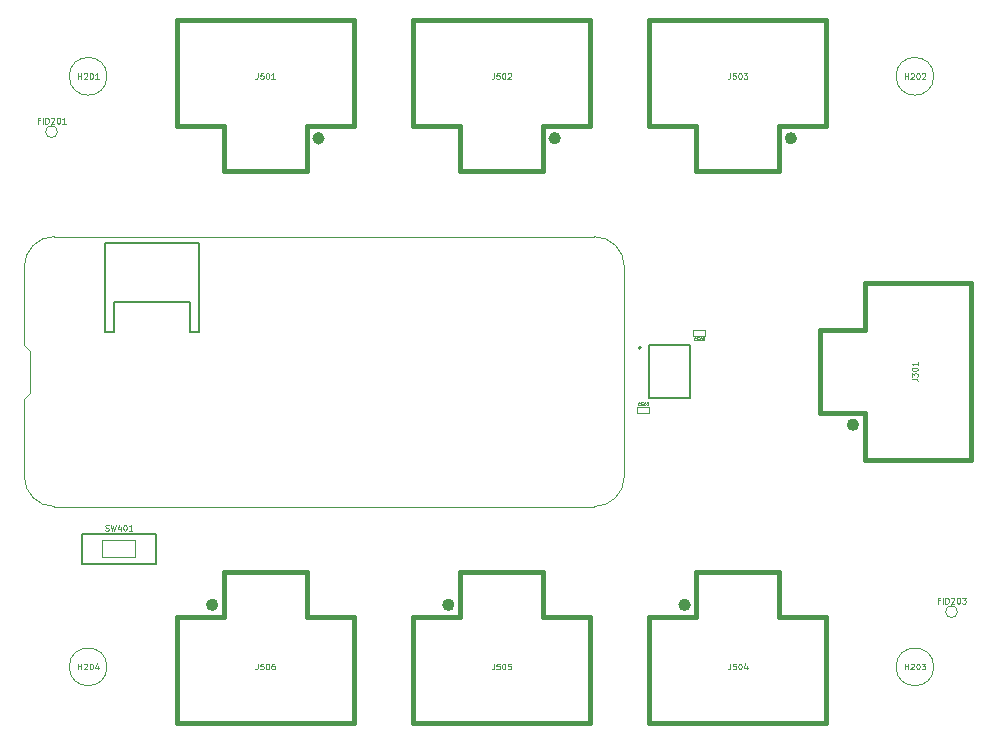
<source format=gbr>
G04 #@! TF.GenerationSoftware,KiCad,Pcbnew,7.0.11*
G04 #@! TF.CreationDate,2025-02-19T11:42:19-05:00*
G04 #@! TF.ProjectId,thruster-pcb,74687275-7374-4657-922d-7063622e6b69,1.0*
G04 #@! TF.SameCoordinates,Original*
G04 #@! TF.FileFunction,AssemblyDrawing,Top*
%FSLAX46Y46*%
G04 Gerber Fmt 4.6, Leading zero omitted, Abs format (unit mm)*
G04 Created by KiCad (PCBNEW 7.0.11) date 2025-02-19 11:42:19*
%MOMM*%
%LPD*%
G01*
G04 APERTURE LIST*
%ADD10C,0.125000*%
%ADD11C,0.062500*%
%ADD12C,0.127000*%
%ADD13C,0.200000*%
%ADD14C,0.400000*%
%ADD15C,0.550000*%
%ADD16C,0.100000*%
%ADD17C,0.203200*%
G04 APERTURE END LIST*
D10*
X177507143Y-126074809D02*
X177507143Y-126431952D01*
X177507143Y-126431952D02*
X177483334Y-126503380D01*
X177483334Y-126503380D02*
X177435715Y-126551000D01*
X177435715Y-126551000D02*
X177364286Y-126574809D01*
X177364286Y-126574809D02*
X177316667Y-126574809D01*
X177983333Y-126074809D02*
X177745238Y-126074809D01*
X177745238Y-126074809D02*
X177721429Y-126312904D01*
X177721429Y-126312904D02*
X177745238Y-126289095D01*
X177745238Y-126289095D02*
X177792857Y-126265285D01*
X177792857Y-126265285D02*
X177911905Y-126265285D01*
X177911905Y-126265285D02*
X177959524Y-126289095D01*
X177959524Y-126289095D02*
X177983333Y-126312904D01*
X177983333Y-126312904D02*
X178007143Y-126360523D01*
X178007143Y-126360523D02*
X178007143Y-126479571D01*
X178007143Y-126479571D02*
X177983333Y-126527190D01*
X177983333Y-126527190D02*
X177959524Y-126551000D01*
X177959524Y-126551000D02*
X177911905Y-126574809D01*
X177911905Y-126574809D02*
X177792857Y-126574809D01*
X177792857Y-126574809D02*
X177745238Y-126551000D01*
X177745238Y-126551000D02*
X177721429Y-126527190D01*
X178316666Y-126074809D02*
X178364285Y-126074809D01*
X178364285Y-126074809D02*
X178411904Y-126098619D01*
X178411904Y-126098619D02*
X178435714Y-126122428D01*
X178435714Y-126122428D02*
X178459523Y-126170047D01*
X178459523Y-126170047D02*
X178483333Y-126265285D01*
X178483333Y-126265285D02*
X178483333Y-126384333D01*
X178483333Y-126384333D02*
X178459523Y-126479571D01*
X178459523Y-126479571D02*
X178435714Y-126527190D01*
X178435714Y-126527190D02*
X178411904Y-126551000D01*
X178411904Y-126551000D02*
X178364285Y-126574809D01*
X178364285Y-126574809D02*
X178316666Y-126574809D01*
X178316666Y-126574809D02*
X178269047Y-126551000D01*
X178269047Y-126551000D02*
X178245238Y-126527190D01*
X178245238Y-126527190D02*
X178221428Y-126479571D01*
X178221428Y-126479571D02*
X178197619Y-126384333D01*
X178197619Y-126384333D02*
X178197619Y-126265285D01*
X178197619Y-126265285D02*
X178221428Y-126170047D01*
X178221428Y-126170047D02*
X178245238Y-126122428D01*
X178245238Y-126122428D02*
X178269047Y-126098619D01*
X178269047Y-126098619D02*
X178316666Y-126074809D01*
X178911904Y-126241476D02*
X178911904Y-126574809D01*
X178792856Y-126051000D02*
X178673809Y-126408142D01*
X178673809Y-126408142D02*
X178983332Y-126408142D01*
X122292857Y-76574809D02*
X122292857Y-76074809D01*
X122292857Y-76312904D02*
X122578571Y-76312904D01*
X122578571Y-76574809D02*
X122578571Y-76074809D01*
X122792858Y-76122428D02*
X122816667Y-76098619D01*
X122816667Y-76098619D02*
X122864286Y-76074809D01*
X122864286Y-76074809D02*
X122983334Y-76074809D01*
X122983334Y-76074809D02*
X123030953Y-76098619D01*
X123030953Y-76098619D02*
X123054762Y-76122428D01*
X123054762Y-76122428D02*
X123078572Y-76170047D01*
X123078572Y-76170047D02*
X123078572Y-76217666D01*
X123078572Y-76217666D02*
X123054762Y-76289095D01*
X123054762Y-76289095D02*
X122769048Y-76574809D01*
X122769048Y-76574809D02*
X123078572Y-76574809D01*
X123388095Y-76074809D02*
X123435714Y-76074809D01*
X123435714Y-76074809D02*
X123483333Y-76098619D01*
X123483333Y-76098619D02*
X123507143Y-76122428D01*
X123507143Y-76122428D02*
X123530952Y-76170047D01*
X123530952Y-76170047D02*
X123554762Y-76265285D01*
X123554762Y-76265285D02*
X123554762Y-76384333D01*
X123554762Y-76384333D02*
X123530952Y-76479571D01*
X123530952Y-76479571D02*
X123507143Y-76527190D01*
X123507143Y-76527190D02*
X123483333Y-76551000D01*
X123483333Y-76551000D02*
X123435714Y-76574809D01*
X123435714Y-76574809D02*
X123388095Y-76574809D01*
X123388095Y-76574809D02*
X123340476Y-76551000D01*
X123340476Y-76551000D02*
X123316667Y-76527190D01*
X123316667Y-76527190D02*
X123292857Y-76479571D01*
X123292857Y-76479571D02*
X123269048Y-76384333D01*
X123269048Y-76384333D02*
X123269048Y-76265285D01*
X123269048Y-76265285D02*
X123292857Y-76170047D01*
X123292857Y-76170047D02*
X123316667Y-76122428D01*
X123316667Y-76122428D02*
X123340476Y-76098619D01*
X123340476Y-76098619D02*
X123388095Y-76074809D01*
X124030952Y-76574809D02*
X123745238Y-76574809D01*
X123888095Y-76574809D02*
X123888095Y-76074809D01*
X123888095Y-76074809D02*
X123840476Y-76146238D01*
X123840476Y-76146238D02*
X123792857Y-76193857D01*
X123792857Y-76193857D02*
X123745238Y-76217666D01*
X119038096Y-80092904D02*
X118871429Y-80092904D01*
X118871429Y-80354809D02*
X118871429Y-79854809D01*
X118871429Y-79854809D02*
X119109524Y-79854809D01*
X119300000Y-80354809D02*
X119300000Y-79854809D01*
X119538095Y-80354809D02*
X119538095Y-79854809D01*
X119538095Y-79854809D02*
X119657143Y-79854809D01*
X119657143Y-79854809D02*
X119728571Y-79878619D01*
X119728571Y-79878619D02*
X119776190Y-79926238D01*
X119776190Y-79926238D02*
X119800000Y-79973857D01*
X119800000Y-79973857D02*
X119823809Y-80069095D01*
X119823809Y-80069095D02*
X119823809Y-80140523D01*
X119823809Y-80140523D02*
X119800000Y-80235761D01*
X119800000Y-80235761D02*
X119776190Y-80283380D01*
X119776190Y-80283380D02*
X119728571Y-80331000D01*
X119728571Y-80331000D02*
X119657143Y-80354809D01*
X119657143Y-80354809D02*
X119538095Y-80354809D01*
X120014286Y-79902428D02*
X120038095Y-79878619D01*
X120038095Y-79878619D02*
X120085714Y-79854809D01*
X120085714Y-79854809D02*
X120204762Y-79854809D01*
X120204762Y-79854809D02*
X120252381Y-79878619D01*
X120252381Y-79878619D02*
X120276190Y-79902428D01*
X120276190Y-79902428D02*
X120300000Y-79950047D01*
X120300000Y-79950047D02*
X120300000Y-79997666D01*
X120300000Y-79997666D02*
X120276190Y-80069095D01*
X120276190Y-80069095D02*
X119990476Y-80354809D01*
X119990476Y-80354809D02*
X120300000Y-80354809D01*
X120609523Y-79854809D02*
X120657142Y-79854809D01*
X120657142Y-79854809D02*
X120704761Y-79878619D01*
X120704761Y-79878619D02*
X120728571Y-79902428D01*
X120728571Y-79902428D02*
X120752380Y-79950047D01*
X120752380Y-79950047D02*
X120776190Y-80045285D01*
X120776190Y-80045285D02*
X120776190Y-80164333D01*
X120776190Y-80164333D02*
X120752380Y-80259571D01*
X120752380Y-80259571D02*
X120728571Y-80307190D01*
X120728571Y-80307190D02*
X120704761Y-80331000D01*
X120704761Y-80331000D02*
X120657142Y-80354809D01*
X120657142Y-80354809D02*
X120609523Y-80354809D01*
X120609523Y-80354809D02*
X120561904Y-80331000D01*
X120561904Y-80331000D02*
X120538095Y-80307190D01*
X120538095Y-80307190D02*
X120514285Y-80259571D01*
X120514285Y-80259571D02*
X120490476Y-80164333D01*
X120490476Y-80164333D02*
X120490476Y-80045285D01*
X120490476Y-80045285D02*
X120514285Y-79950047D01*
X120514285Y-79950047D02*
X120538095Y-79902428D01*
X120538095Y-79902428D02*
X120561904Y-79878619D01*
X120561904Y-79878619D02*
X120609523Y-79854809D01*
X121252380Y-80354809D02*
X120966666Y-80354809D01*
X121109523Y-80354809D02*
X121109523Y-79854809D01*
X121109523Y-79854809D02*
X121061904Y-79926238D01*
X121061904Y-79926238D02*
X121014285Y-79973857D01*
X121014285Y-79973857D02*
X120966666Y-79997666D01*
X192292857Y-76574809D02*
X192292857Y-76074809D01*
X192292857Y-76312904D02*
X192578571Y-76312904D01*
X192578571Y-76574809D02*
X192578571Y-76074809D01*
X192792858Y-76122428D02*
X192816667Y-76098619D01*
X192816667Y-76098619D02*
X192864286Y-76074809D01*
X192864286Y-76074809D02*
X192983334Y-76074809D01*
X192983334Y-76074809D02*
X193030953Y-76098619D01*
X193030953Y-76098619D02*
X193054762Y-76122428D01*
X193054762Y-76122428D02*
X193078572Y-76170047D01*
X193078572Y-76170047D02*
X193078572Y-76217666D01*
X193078572Y-76217666D02*
X193054762Y-76289095D01*
X193054762Y-76289095D02*
X192769048Y-76574809D01*
X192769048Y-76574809D02*
X193078572Y-76574809D01*
X193388095Y-76074809D02*
X193435714Y-76074809D01*
X193435714Y-76074809D02*
X193483333Y-76098619D01*
X193483333Y-76098619D02*
X193507143Y-76122428D01*
X193507143Y-76122428D02*
X193530952Y-76170047D01*
X193530952Y-76170047D02*
X193554762Y-76265285D01*
X193554762Y-76265285D02*
X193554762Y-76384333D01*
X193554762Y-76384333D02*
X193530952Y-76479571D01*
X193530952Y-76479571D02*
X193507143Y-76527190D01*
X193507143Y-76527190D02*
X193483333Y-76551000D01*
X193483333Y-76551000D02*
X193435714Y-76574809D01*
X193435714Y-76574809D02*
X193388095Y-76574809D01*
X193388095Y-76574809D02*
X193340476Y-76551000D01*
X193340476Y-76551000D02*
X193316667Y-76527190D01*
X193316667Y-76527190D02*
X193292857Y-76479571D01*
X193292857Y-76479571D02*
X193269048Y-76384333D01*
X193269048Y-76384333D02*
X193269048Y-76265285D01*
X193269048Y-76265285D02*
X193292857Y-76170047D01*
X193292857Y-76170047D02*
X193316667Y-76122428D01*
X193316667Y-76122428D02*
X193340476Y-76098619D01*
X193340476Y-76098619D02*
X193388095Y-76074809D01*
X193745238Y-76122428D02*
X193769047Y-76098619D01*
X193769047Y-76098619D02*
X193816666Y-76074809D01*
X193816666Y-76074809D02*
X193935714Y-76074809D01*
X193935714Y-76074809D02*
X193983333Y-76098619D01*
X193983333Y-76098619D02*
X194007142Y-76122428D01*
X194007142Y-76122428D02*
X194030952Y-76170047D01*
X194030952Y-76170047D02*
X194030952Y-76217666D01*
X194030952Y-76217666D02*
X194007142Y-76289095D01*
X194007142Y-76289095D02*
X193721428Y-76574809D01*
X193721428Y-76574809D02*
X194030952Y-76574809D01*
D11*
X174620238Y-98688595D02*
X174608334Y-98700500D01*
X174608334Y-98700500D02*
X174572619Y-98712404D01*
X174572619Y-98712404D02*
X174548810Y-98712404D01*
X174548810Y-98712404D02*
X174513096Y-98700500D01*
X174513096Y-98700500D02*
X174489286Y-98676690D01*
X174489286Y-98676690D02*
X174477381Y-98652880D01*
X174477381Y-98652880D02*
X174465477Y-98605261D01*
X174465477Y-98605261D02*
X174465477Y-98569547D01*
X174465477Y-98569547D02*
X174477381Y-98521928D01*
X174477381Y-98521928D02*
X174489286Y-98498119D01*
X174489286Y-98498119D02*
X174513096Y-98474309D01*
X174513096Y-98474309D02*
X174548810Y-98462404D01*
X174548810Y-98462404D02*
X174572619Y-98462404D01*
X174572619Y-98462404D02*
X174608334Y-98474309D01*
X174608334Y-98474309D02*
X174620238Y-98486214D01*
X174846429Y-98462404D02*
X174727381Y-98462404D01*
X174727381Y-98462404D02*
X174715477Y-98581452D01*
X174715477Y-98581452D02*
X174727381Y-98569547D01*
X174727381Y-98569547D02*
X174751191Y-98557642D01*
X174751191Y-98557642D02*
X174810715Y-98557642D01*
X174810715Y-98557642D02*
X174834524Y-98569547D01*
X174834524Y-98569547D02*
X174846429Y-98581452D01*
X174846429Y-98581452D02*
X174858334Y-98605261D01*
X174858334Y-98605261D02*
X174858334Y-98664785D01*
X174858334Y-98664785D02*
X174846429Y-98688595D01*
X174846429Y-98688595D02*
X174834524Y-98700500D01*
X174834524Y-98700500D02*
X174810715Y-98712404D01*
X174810715Y-98712404D02*
X174751191Y-98712404D01*
X174751191Y-98712404D02*
X174727381Y-98700500D01*
X174727381Y-98700500D02*
X174715477Y-98688595D01*
X175013095Y-98462404D02*
X175036905Y-98462404D01*
X175036905Y-98462404D02*
X175060714Y-98474309D01*
X175060714Y-98474309D02*
X175072619Y-98486214D01*
X175072619Y-98486214D02*
X175084524Y-98510023D01*
X175084524Y-98510023D02*
X175096429Y-98557642D01*
X175096429Y-98557642D02*
X175096429Y-98617166D01*
X175096429Y-98617166D02*
X175084524Y-98664785D01*
X175084524Y-98664785D02*
X175072619Y-98688595D01*
X175072619Y-98688595D02*
X175060714Y-98700500D01*
X175060714Y-98700500D02*
X175036905Y-98712404D01*
X175036905Y-98712404D02*
X175013095Y-98712404D01*
X175013095Y-98712404D02*
X174989286Y-98700500D01*
X174989286Y-98700500D02*
X174977381Y-98688595D01*
X174977381Y-98688595D02*
X174965476Y-98664785D01*
X174965476Y-98664785D02*
X174953572Y-98617166D01*
X174953572Y-98617166D02*
X174953572Y-98557642D01*
X174953572Y-98557642D02*
X174965476Y-98510023D01*
X174965476Y-98510023D02*
X174977381Y-98486214D01*
X174977381Y-98486214D02*
X174989286Y-98474309D01*
X174989286Y-98474309D02*
X175013095Y-98462404D01*
X175179762Y-98462404D02*
X175334524Y-98462404D01*
X175334524Y-98462404D02*
X175251190Y-98557642D01*
X175251190Y-98557642D02*
X175286905Y-98557642D01*
X175286905Y-98557642D02*
X175310714Y-98569547D01*
X175310714Y-98569547D02*
X175322619Y-98581452D01*
X175322619Y-98581452D02*
X175334524Y-98605261D01*
X175334524Y-98605261D02*
X175334524Y-98664785D01*
X175334524Y-98664785D02*
X175322619Y-98688595D01*
X175322619Y-98688595D02*
X175310714Y-98700500D01*
X175310714Y-98700500D02*
X175286905Y-98712404D01*
X175286905Y-98712404D02*
X175215476Y-98712404D01*
X175215476Y-98712404D02*
X175191667Y-98700500D01*
X175191667Y-98700500D02*
X175179762Y-98688595D01*
D10*
X137507143Y-76074809D02*
X137507143Y-76431952D01*
X137507143Y-76431952D02*
X137483334Y-76503380D01*
X137483334Y-76503380D02*
X137435715Y-76551000D01*
X137435715Y-76551000D02*
X137364286Y-76574809D01*
X137364286Y-76574809D02*
X137316667Y-76574809D01*
X137983333Y-76074809D02*
X137745238Y-76074809D01*
X137745238Y-76074809D02*
X137721429Y-76312904D01*
X137721429Y-76312904D02*
X137745238Y-76289095D01*
X137745238Y-76289095D02*
X137792857Y-76265285D01*
X137792857Y-76265285D02*
X137911905Y-76265285D01*
X137911905Y-76265285D02*
X137959524Y-76289095D01*
X137959524Y-76289095D02*
X137983333Y-76312904D01*
X137983333Y-76312904D02*
X138007143Y-76360523D01*
X138007143Y-76360523D02*
X138007143Y-76479571D01*
X138007143Y-76479571D02*
X137983333Y-76527190D01*
X137983333Y-76527190D02*
X137959524Y-76551000D01*
X137959524Y-76551000D02*
X137911905Y-76574809D01*
X137911905Y-76574809D02*
X137792857Y-76574809D01*
X137792857Y-76574809D02*
X137745238Y-76551000D01*
X137745238Y-76551000D02*
X137721429Y-76527190D01*
X138316666Y-76074809D02*
X138364285Y-76074809D01*
X138364285Y-76074809D02*
X138411904Y-76098619D01*
X138411904Y-76098619D02*
X138435714Y-76122428D01*
X138435714Y-76122428D02*
X138459523Y-76170047D01*
X138459523Y-76170047D02*
X138483333Y-76265285D01*
X138483333Y-76265285D02*
X138483333Y-76384333D01*
X138483333Y-76384333D02*
X138459523Y-76479571D01*
X138459523Y-76479571D02*
X138435714Y-76527190D01*
X138435714Y-76527190D02*
X138411904Y-76551000D01*
X138411904Y-76551000D02*
X138364285Y-76574809D01*
X138364285Y-76574809D02*
X138316666Y-76574809D01*
X138316666Y-76574809D02*
X138269047Y-76551000D01*
X138269047Y-76551000D02*
X138245238Y-76527190D01*
X138245238Y-76527190D02*
X138221428Y-76479571D01*
X138221428Y-76479571D02*
X138197619Y-76384333D01*
X138197619Y-76384333D02*
X138197619Y-76265285D01*
X138197619Y-76265285D02*
X138221428Y-76170047D01*
X138221428Y-76170047D02*
X138245238Y-76122428D01*
X138245238Y-76122428D02*
X138269047Y-76098619D01*
X138269047Y-76098619D02*
X138316666Y-76074809D01*
X138959523Y-76574809D02*
X138673809Y-76574809D01*
X138816666Y-76574809D02*
X138816666Y-76074809D01*
X138816666Y-76074809D02*
X138769047Y-76146238D01*
X138769047Y-76146238D02*
X138721428Y-76193857D01*
X138721428Y-76193857D02*
X138673809Y-76217666D01*
X195238096Y-120732904D02*
X195071429Y-120732904D01*
X195071429Y-120994809D02*
X195071429Y-120494809D01*
X195071429Y-120494809D02*
X195309524Y-120494809D01*
X195500000Y-120994809D02*
X195500000Y-120494809D01*
X195738095Y-120994809D02*
X195738095Y-120494809D01*
X195738095Y-120494809D02*
X195857143Y-120494809D01*
X195857143Y-120494809D02*
X195928571Y-120518619D01*
X195928571Y-120518619D02*
X195976190Y-120566238D01*
X195976190Y-120566238D02*
X196000000Y-120613857D01*
X196000000Y-120613857D02*
X196023809Y-120709095D01*
X196023809Y-120709095D02*
X196023809Y-120780523D01*
X196023809Y-120780523D02*
X196000000Y-120875761D01*
X196000000Y-120875761D02*
X195976190Y-120923380D01*
X195976190Y-120923380D02*
X195928571Y-120971000D01*
X195928571Y-120971000D02*
X195857143Y-120994809D01*
X195857143Y-120994809D02*
X195738095Y-120994809D01*
X196214286Y-120542428D02*
X196238095Y-120518619D01*
X196238095Y-120518619D02*
X196285714Y-120494809D01*
X196285714Y-120494809D02*
X196404762Y-120494809D01*
X196404762Y-120494809D02*
X196452381Y-120518619D01*
X196452381Y-120518619D02*
X196476190Y-120542428D01*
X196476190Y-120542428D02*
X196500000Y-120590047D01*
X196500000Y-120590047D02*
X196500000Y-120637666D01*
X196500000Y-120637666D02*
X196476190Y-120709095D01*
X196476190Y-120709095D02*
X196190476Y-120994809D01*
X196190476Y-120994809D02*
X196500000Y-120994809D01*
X196809523Y-120494809D02*
X196857142Y-120494809D01*
X196857142Y-120494809D02*
X196904761Y-120518619D01*
X196904761Y-120518619D02*
X196928571Y-120542428D01*
X196928571Y-120542428D02*
X196952380Y-120590047D01*
X196952380Y-120590047D02*
X196976190Y-120685285D01*
X196976190Y-120685285D02*
X196976190Y-120804333D01*
X196976190Y-120804333D02*
X196952380Y-120899571D01*
X196952380Y-120899571D02*
X196928571Y-120947190D01*
X196928571Y-120947190D02*
X196904761Y-120971000D01*
X196904761Y-120971000D02*
X196857142Y-120994809D01*
X196857142Y-120994809D02*
X196809523Y-120994809D01*
X196809523Y-120994809D02*
X196761904Y-120971000D01*
X196761904Y-120971000D02*
X196738095Y-120947190D01*
X196738095Y-120947190D02*
X196714285Y-120899571D01*
X196714285Y-120899571D02*
X196690476Y-120804333D01*
X196690476Y-120804333D02*
X196690476Y-120685285D01*
X196690476Y-120685285D02*
X196714285Y-120590047D01*
X196714285Y-120590047D02*
X196738095Y-120542428D01*
X196738095Y-120542428D02*
X196761904Y-120518619D01*
X196761904Y-120518619D02*
X196809523Y-120494809D01*
X197142856Y-120494809D02*
X197452380Y-120494809D01*
X197452380Y-120494809D02*
X197285713Y-120685285D01*
X197285713Y-120685285D02*
X197357142Y-120685285D01*
X197357142Y-120685285D02*
X197404761Y-120709095D01*
X197404761Y-120709095D02*
X197428570Y-120732904D01*
X197428570Y-120732904D02*
X197452380Y-120780523D01*
X197452380Y-120780523D02*
X197452380Y-120899571D01*
X197452380Y-120899571D02*
X197428570Y-120947190D01*
X197428570Y-120947190D02*
X197404761Y-120971000D01*
X197404761Y-120971000D02*
X197357142Y-120994809D01*
X197357142Y-120994809D02*
X197214285Y-120994809D01*
X197214285Y-120994809D02*
X197166666Y-120971000D01*
X197166666Y-120971000D02*
X197142856Y-120947190D01*
X192292857Y-126574809D02*
X192292857Y-126074809D01*
X192292857Y-126312904D02*
X192578571Y-126312904D01*
X192578571Y-126574809D02*
X192578571Y-126074809D01*
X192792858Y-126122428D02*
X192816667Y-126098619D01*
X192816667Y-126098619D02*
X192864286Y-126074809D01*
X192864286Y-126074809D02*
X192983334Y-126074809D01*
X192983334Y-126074809D02*
X193030953Y-126098619D01*
X193030953Y-126098619D02*
X193054762Y-126122428D01*
X193054762Y-126122428D02*
X193078572Y-126170047D01*
X193078572Y-126170047D02*
X193078572Y-126217666D01*
X193078572Y-126217666D02*
X193054762Y-126289095D01*
X193054762Y-126289095D02*
X192769048Y-126574809D01*
X192769048Y-126574809D02*
X193078572Y-126574809D01*
X193388095Y-126074809D02*
X193435714Y-126074809D01*
X193435714Y-126074809D02*
X193483333Y-126098619D01*
X193483333Y-126098619D02*
X193507143Y-126122428D01*
X193507143Y-126122428D02*
X193530952Y-126170047D01*
X193530952Y-126170047D02*
X193554762Y-126265285D01*
X193554762Y-126265285D02*
X193554762Y-126384333D01*
X193554762Y-126384333D02*
X193530952Y-126479571D01*
X193530952Y-126479571D02*
X193507143Y-126527190D01*
X193507143Y-126527190D02*
X193483333Y-126551000D01*
X193483333Y-126551000D02*
X193435714Y-126574809D01*
X193435714Y-126574809D02*
X193388095Y-126574809D01*
X193388095Y-126574809D02*
X193340476Y-126551000D01*
X193340476Y-126551000D02*
X193316667Y-126527190D01*
X193316667Y-126527190D02*
X193292857Y-126479571D01*
X193292857Y-126479571D02*
X193269048Y-126384333D01*
X193269048Y-126384333D02*
X193269048Y-126265285D01*
X193269048Y-126265285D02*
X193292857Y-126170047D01*
X193292857Y-126170047D02*
X193316667Y-126122428D01*
X193316667Y-126122428D02*
X193340476Y-126098619D01*
X193340476Y-126098619D02*
X193388095Y-126074809D01*
X193721428Y-126074809D02*
X194030952Y-126074809D01*
X194030952Y-126074809D02*
X193864285Y-126265285D01*
X193864285Y-126265285D02*
X193935714Y-126265285D01*
X193935714Y-126265285D02*
X193983333Y-126289095D01*
X193983333Y-126289095D02*
X194007142Y-126312904D01*
X194007142Y-126312904D02*
X194030952Y-126360523D01*
X194030952Y-126360523D02*
X194030952Y-126479571D01*
X194030952Y-126479571D02*
X194007142Y-126527190D01*
X194007142Y-126527190D02*
X193983333Y-126551000D01*
X193983333Y-126551000D02*
X193935714Y-126574809D01*
X193935714Y-126574809D02*
X193792857Y-126574809D01*
X193792857Y-126574809D02*
X193745238Y-126551000D01*
X193745238Y-126551000D02*
X193721428Y-126527190D01*
X122292857Y-126574809D02*
X122292857Y-126074809D01*
X122292857Y-126312904D02*
X122578571Y-126312904D01*
X122578571Y-126574809D02*
X122578571Y-126074809D01*
X122792858Y-126122428D02*
X122816667Y-126098619D01*
X122816667Y-126098619D02*
X122864286Y-126074809D01*
X122864286Y-126074809D02*
X122983334Y-126074809D01*
X122983334Y-126074809D02*
X123030953Y-126098619D01*
X123030953Y-126098619D02*
X123054762Y-126122428D01*
X123054762Y-126122428D02*
X123078572Y-126170047D01*
X123078572Y-126170047D02*
X123078572Y-126217666D01*
X123078572Y-126217666D02*
X123054762Y-126289095D01*
X123054762Y-126289095D02*
X122769048Y-126574809D01*
X122769048Y-126574809D02*
X123078572Y-126574809D01*
X123388095Y-126074809D02*
X123435714Y-126074809D01*
X123435714Y-126074809D02*
X123483333Y-126098619D01*
X123483333Y-126098619D02*
X123507143Y-126122428D01*
X123507143Y-126122428D02*
X123530952Y-126170047D01*
X123530952Y-126170047D02*
X123554762Y-126265285D01*
X123554762Y-126265285D02*
X123554762Y-126384333D01*
X123554762Y-126384333D02*
X123530952Y-126479571D01*
X123530952Y-126479571D02*
X123507143Y-126527190D01*
X123507143Y-126527190D02*
X123483333Y-126551000D01*
X123483333Y-126551000D02*
X123435714Y-126574809D01*
X123435714Y-126574809D02*
X123388095Y-126574809D01*
X123388095Y-126574809D02*
X123340476Y-126551000D01*
X123340476Y-126551000D02*
X123316667Y-126527190D01*
X123316667Y-126527190D02*
X123292857Y-126479571D01*
X123292857Y-126479571D02*
X123269048Y-126384333D01*
X123269048Y-126384333D02*
X123269048Y-126265285D01*
X123269048Y-126265285D02*
X123292857Y-126170047D01*
X123292857Y-126170047D02*
X123316667Y-126122428D01*
X123316667Y-126122428D02*
X123340476Y-126098619D01*
X123340476Y-126098619D02*
X123388095Y-126074809D01*
X123983333Y-126241476D02*
X123983333Y-126574809D01*
X123864285Y-126051000D02*
X123745238Y-126408142D01*
X123745238Y-126408142D02*
X124054761Y-126408142D01*
X177507143Y-76074809D02*
X177507143Y-76431952D01*
X177507143Y-76431952D02*
X177483334Y-76503380D01*
X177483334Y-76503380D02*
X177435715Y-76551000D01*
X177435715Y-76551000D02*
X177364286Y-76574809D01*
X177364286Y-76574809D02*
X177316667Y-76574809D01*
X177983333Y-76074809D02*
X177745238Y-76074809D01*
X177745238Y-76074809D02*
X177721429Y-76312904D01*
X177721429Y-76312904D02*
X177745238Y-76289095D01*
X177745238Y-76289095D02*
X177792857Y-76265285D01*
X177792857Y-76265285D02*
X177911905Y-76265285D01*
X177911905Y-76265285D02*
X177959524Y-76289095D01*
X177959524Y-76289095D02*
X177983333Y-76312904D01*
X177983333Y-76312904D02*
X178007143Y-76360523D01*
X178007143Y-76360523D02*
X178007143Y-76479571D01*
X178007143Y-76479571D02*
X177983333Y-76527190D01*
X177983333Y-76527190D02*
X177959524Y-76551000D01*
X177959524Y-76551000D02*
X177911905Y-76574809D01*
X177911905Y-76574809D02*
X177792857Y-76574809D01*
X177792857Y-76574809D02*
X177745238Y-76551000D01*
X177745238Y-76551000D02*
X177721429Y-76527190D01*
X178316666Y-76074809D02*
X178364285Y-76074809D01*
X178364285Y-76074809D02*
X178411904Y-76098619D01*
X178411904Y-76098619D02*
X178435714Y-76122428D01*
X178435714Y-76122428D02*
X178459523Y-76170047D01*
X178459523Y-76170047D02*
X178483333Y-76265285D01*
X178483333Y-76265285D02*
X178483333Y-76384333D01*
X178483333Y-76384333D02*
X178459523Y-76479571D01*
X178459523Y-76479571D02*
X178435714Y-76527190D01*
X178435714Y-76527190D02*
X178411904Y-76551000D01*
X178411904Y-76551000D02*
X178364285Y-76574809D01*
X178364285Y-76574809D02*
X178316666Y-76574809D01*
X178316666Y-76574809D02*
X178269047Y-76551000D01*
X178269047Y-76551000D02*
X178245238Y-76527190D01*
X178245238Y-76527190D02*
X178221428Y-76479571D01*
X178221428Y-76479571D02*
X178197619Y-76384333D01*
X178197619Y-76384333D02*
X178197619Y-76265285D01*
X178197619Y-76265285D02*
X178221428Y-76170047D01*
X178221428Y-76170047D02*
X178245238Y-76122428D01*
X178245238Y-76122428D02*
X178269047Y-76098619D01*
X178269047Y-76098619D02*
X178316666Y-76074809D01*
X178649999Y-76074809D02*
X178959523Y-76074809D01*
X178959523Y-76074809D02*
X178792856Y-76265285D01*
X178792856Y-76265285D02*
X178864285Y-76265285D01*
X178864285Y-76265285D02*
X178911904Y-76289095D01*
X178911904Y-76289095D02*
X178935713Y-76312904D01*
X178935713Y-76312904D02*
X178959523Y-76360523D01*
X178959523Y-76360523D02*
X178959523Y-76479571D01*
X178959523Y-76479571D02*
X178935713Y-76527190D01*
X178935713Y-76527190D02*
X178911904Y-76551000D01*
X178911904Y-76551000D02*
X178864285Y-76574809D01*
X178864285Y-76574809D02*
X178721428Y-76574809D01*
X178721428Y-76574809D02*
X178673809Y-76551000D01*
X178673809Y-76551000D02*
X178649999Y-76527190D01*
X137507143Y-126074809D02*
X137507143Y-126431952D01*
X137507143Y-126431952D02*
X137483334Y-126503380D01*
X137483334Y-126503380D02*
X137435715Y-126551000D01*
X137435715Y-126551000D02*
X137364286Y-126574809D01*
X137364286Y-126574809D02*
X137316667Y-126574809D01*
X137983333Y-126074809D02*
X137745238Y-126074809D01*
X137745238Y-126074809D02*
X137721429Y-126312904D01*
X137721429Y-126312904D02*
X137745238Y-126289095D01*
X137745238Y-126289095D02*
X137792857Y-126265285D01*
X137792857Y-126265285D02*
X137911905Y-126265285D01*
X137911905Y-126265285D02*
X137959524Y-126289095D01*
X137959524Y-126289095D02*
X137983333Y-126312904D01*
X137983333Y-126312904D02*
X138007143Y-126360523D01*
X138007143Y-126360523D02*
X138007143Y-126479571D01*
X138007143Y-126479571D02*
X137983333Y-126527190D01*
X137983333Y-126527190D02*
X137959524Y-126551000D01*
X137959524Y-126551000D02*
X137911905Y-126574809D01*
X137911905Y-126574809D02*
X137792857Y-126574809D01*
X137792857Y-126574809D02*
X137745238Y-126551000D01*
X137745238Y-126551000D02*
X137721429Y-126527190D01*
X138316666Y-126074809D02*
X138364285Y-126074809D01*
X138364285Y-126074809D02*
X138411904Y-126098619D01*
X138411904Y-126098619D02*
X138435714Y-126122428D01*
X138435714Y-126122428D02*
X138459523Y-126170047D01*
X138459523Y-126170047D02*
X138483333Y-126265285D01*
X138483333Y-126265285D02*
X138483333Y-126384333D01*
X138483333Y-126384333D02*
X138459523Y-126479571D01*
X138459523Y-126479571D02*
X138435714Y-126527190D01*
X138435714Y-126527190D02*
X138411904Y-126551000D01*
X138411904Y-126551000D02*
X138364285Y-126574809D01*
X138364285Y-126574809D02*
X138316666Y-126574809D01*
X138316666Y-126574809D02*
X138269047Y-126551000D01*
X138269047Y-126551000D02*
X138245238Y-126527190D01*
X138245238Y-126527190D02*
X138221428Y-126479571D01*
X138221428Y-126479571D02*
X138197619Y-126384333D01*
X138197619Y-126384333D02*
X138197619Y-126265285D01*
X138197619Y-126265285D02*
X138221428Y-126170047D01*
X138221428Y-126170047D02*
X138245238Y-126122428D01*
X138245238Y-126122428D02*
X138269047Y-126098619D01*
X138269047Y-126098619D02*
X138316666Y-126074809D01*
X138911904Y-126074809D02*
X138816666Y-126074809D01*
X138816666Y-126074809D02*
X138769047Y-126098619D01*
X138769047Y-126098619D02*
X138745237Y-126122428D01*
X138745237Y-126122428D02*
X138697618Y-126193857D01*
X138697618Y-126193857D02*
X138673809Y-126289095D01*
X138673809Y-126289095D02*
X138673809Y-126479571D01*
X138673809Y-126479571D02*
X138697618Y-126527190D01*
X138697618Y-126527190D02*
X138721428Y-126551000D01*
X138721428Y-126551000D02*
X138769047Y-126574809D01*
X138769047Y-126574809D02*
X138864285Y-126574809D01*
X138864285Y-126574809D02*
X138911904Y-126551000D01*
X138911904Y-126551000D02*
X138935713Y-126527190D01*
X138935713Y-126527190D02*
X138959523Y-126479571D01*
X138959523Y-126479571D02*
X138959523Y-126360523D01*
X138959523Y-126360523D02*
X138935713Y-126312904D01*
X138935713Y-126312904D02*
X138911904Y-126289095D01*
X138911904Y-126289095D02*
X138864285Y-126265285D01*
X138864285Y-126265285D02*
X138769047Y-126265285D01*
X138769047Y-126265285D02*
X138721428Y-126289095D01*
X138721428Y-126289095D02*
X138697618Y-126312904D01*
X138697618Y-126312904D02*
X138673809Y-126360523D01*
D11*
X169870238Y-104188595D02*
X169858334Y-104200500D01*
X169858334Y-104200500D02*
X169822619Y-104212404D01*
X169822619Y-104212404D02*
X169798810Y-104212404D01*
X169798810Y-104212404D02*
X169763096Y-104200500D01*
X169763096Y-104200500D02*
X169739286Y-104176690D01*
X169739286Y-104176690D02*
X169727381Y-104152880D01*
X169727381Y-104152880D02*
X169715477Y-104105261D01*
X169715477Y-104105261D02*
X169715477Y-104069547D01*
X169715477Y-104069547D02*
X169727381Y-104021928D01*
X169727381Y-104021928D02*
X169739286Y-103998119D01*
X169739286Y-103998119D02*
X169763096Y-103974309D01*
X169763096Y-103974309D02*
X169798810Y-103962404D01*
X169798810Y-103962404D02*
X169822619Y-103962404D01*
X169822619Y-103962404D02*
X169858334Y-103974309D01*
X169858334Y-103974309D02*
X169870238Y-103986214D01*
X170096429Y-103962404D02*
X169977381Y-103962404D01*
X169977381Y-103962404D02*
X169965477Y-104081452D01*
X169965477Y-104081452D02*
X169977381Y-104069547D01*
X169977381Y-104069547D02*
X170001191Y-104057642D01*
X170001191Y-104057642D02*
X170060715Y-104057642D01*
X170060715Y-104057642D02*
X170084524Y-104069547D01*
X170084524Y-104069547D02*
X170096429Y-104081452D01*
X170096429Y-104081452D02*
X170108334Y-104105261D01*
X170108334Y-104105261D02*
X170108334Y-104164785D01*
X170108334Y-104164785D02*
X170096429Y-104188595D01*
X170096429Y-104188595D02*
X170084524Y-104200500D01*
X170084524Y-104200500D02*
X170060715Y-104212404D01*
X170060715Y-104212404D02*
X170001191Y-104212404D01*
X170001191Y-104212404D02*
X169977381Y-104200500D01*
X169977381Y-104200500D02*
X169965477Y-104188595D01*
X170263095Y-103962404D02*
X170286905Y-103962404D01*
X170286905Y-103962404D02*
X170310714Y-103974309D01*
X170310714Y-103974309D02*
X170322619Y-103986214D01*
X170322619Y-103986214D02*
X170334524Y-104010023D01*
X170334524Y-104010023D02*
X170346429Y-104057642D01*
X170346429Y-104057642D02*
X170346429Y-104117166D01*
X170346429Y-104117166D02*
X170334524Y-104164785D01*
X170334524Y-104164785D02*
X170322619Y-104188595D01*
X170322619Y-104188595D02*
X170310714Y-104200500D01*
X170310714Y-104200500D02*
X170286905Y-104212404D01*
X170286905Y-104212404D02*
X170263095Y-104212404D01*
X170263095Y-104212404D02*
X170239286Y-104200500D01*
X170239286Y-104200500D02*
X170227381Y-104188595D01*
X170227381Y-104188595D02*
X170215476Y-104164785D01*
X170215476Y-104164785D02*
X170203572Y-104117166D01*
X170203572Y-104117166D02*
X170203572Y-104057642D01*
X170203572Y-104057642D02*
X170215476Y-104010023D01*
X170215476Y-104010023D02*
X170227381Y-103986214D01*
X170227381Y-103986214D02*
X170239286Y-103974309D01*
X170239286Y-103974309D02*
X170263095Y-103962404D01*
X170441667Y-103986214D02*
X170453571Y-103974309D01*
X170453571Y-103974309D02*
X170477381Y-103962404D01*
X170477381Y-103962404D02*
X170536905Y-103962404D01*
X170536905Y-103962404D02*
X170560714Y-103974309D01*
X170560714Y-103974309D02*
X170572619Y-103986214D01*
X170572619Y-103986214D02*
X170584524Y-104010023D01*
X170584524Y-104010023D02*
X170584524Y-104033833D01*
X170584524Y-104033833D02*
X170572619Y-104069547D01*
X170572619Y-104069547D02*
X170429762Y-104212404D01*
X170429762Y-104212404D02*
X170584524Y-104212404D01*
D10*
X157507143Y-126074809D02*
X157507143Y-126431952D01*
X157507143Y-126431952D02*
X157483334Y-126503380D01*
X157483334Y-126503380D02*
X157435715Y-126551000D01*
X157435715Y-126551000D02*
X157364286Y-126574809D01*
X157364286Y-126574809D02*
X157316667Y-126574809D01*
X157983333Y-126074809D02*
X157745238Y-126074809D01*
X157745238Y-126074809D02*
X157721429Y-126312904D01*
X157721429Y-126312904D02*
X157745238Y-126289095D01*
X157745238Y-126289095D02*
X157792857Y-126265285D01*
X157792857Y-126265285D02*
X157911905Y-126265285D01*
X157911905Y-126265285D02*
X157959524Y-126289095D01*
X157959524Y-126289095D02*
X157983333Y-126312904D01*
X157983333Y-126312904D02*
X158007143Y-126360523D01*
X158007143Y-126360523D02*
X158007143Y-126479571D01*
X158007143Y-126479571D02*
X157983333Y-126527190D01*
X157983333Y-126527190D02*
X157959524Y-126551000D01*
X157959524Y-126551000D02*
X157911905Y-126574809D01*
X157911905Y-126574809D02*
X157792857Y-126574809D01*
X157792857Y-126574809D02*
X157745238Y-126551000D01*
X157745238Y-126551000D02*
X157721429Y-126527190D01*
X158316666Y-126074809D02*
X158364285Y-126074809D01*
X158364285Y-126074809D02*
X158411904Y-126098619D01*
X158411904Y-126098619D02*
X158435714Y-126122428D01*
X158435714Y-126122428D02*
X158459523Y-126170047D01*
X158459523Y-126170047D02*
X158483333Y-126265285D01*
X158483333Y-126265285D02*
X158483333Y-126384333D01*
X158483333Y-126384333D02*
X158459523Y-126479571D01*
X158459523Y-126479571D02*
X158435714Y-126527190D01*
X158435714Y-126527190D02*
X158411904Y-126551000D01*
X158411904Y-126551000D02*
X158364285Y-126574809D01*
X158364285Y-126574809D02*
X158316666Y-126574809D01*
X158316666Y-126574809D02*
X158269047Y-126551000D01*
X158269047Y-126551000D02*
X158245238Y-126527190D01*
X158245238Y-126527190D02*
X158221428Y-126479571D01*
X158221428Y-126479571D02*
X158197619Y-126384333D01*
X158197619Y-126384333D02*
X158197619Y-126265285D01*
X158197619Y-126265285D02*
X158221428Y-126170047D01*
X158221428Y-126170047D02*
X158245238Y-126122428D01*
X158245238Y-126122428D02*
X158269047Y-126098619D01*
X158269047Y-126098619D02*
X158316666Y-126074809D01*
X158935713Y-126074809D02*
X158697618Y-126074809D01*
X158697618Y-126074809D02*
X158673809Y-126312904D01*
X158673809Y-126312904D02*
X158697618Y-126289095D01*
X158697618Y-126289095D02*
X158745237Y-126265285D01*
X158745237Y-126265285D02*
X158864285Y-126265285D01*
X158864285Y-126265285D02*
X158911904Y-126289095D01*
X158911904Y-126289095D02*
X158935713Y-126312904D01*
X158935713Y-126312904D02*
X158959523Y-126360523D01*
X158959523Y-126360523D02*
X158959523Y-126479571D01*
X158959523Y-126479571D02*
X158935713Y-126527190D01*
X158935713Y-126527190D02*
X158911904Y-126551000D01*
X158911904Y-126551000D02*
X158864285Y-126574809D01*
X158864285Y-126574809D02*
X158745237Y-126574809D01*
X158745237Y-126574809D02*
X158697618Y-126551000D01*
X158697618Y-126551000D02*
X158673809Y-126527190D01*
X192874809Y-101992856D02*
X193231952Y-101992856D01*
X193231952Y-101992856D02*
X193303380Y-102016665D01*
X193303380Y-102016665D02*
X193351000Y-102064284D01*
X193351000Y-102064284D02*
X193374809Y-102135713D01*
X193374809Y-102135713D02*
X193374809Y-102183332D01*
X192874809Y-101802380D02*
X192874809Y-101492856D01*
X192874809Y-101492856D02*
X193065285Y-101659523D01*
X193065285Y-101659523D02*
X193065285Y-101588094D01*
X193065285Y-101588094D02*
X193089095Y-101540475D01*
X193089095Y-101540475D02*
X193112904Y-101516666D01*
X193112904Y-101516666D02*
X193160523Y-101492856D01*
X193160523Y-101492856D02*
X193279571Y-101492856D01*
X193279571Y-101492856D02*
X193327190Y-101516666D01*
X193327190Y-101516666D02*
X193351000Y-101540475D01*
X193351000Y-101540475D02*
X193374809Y-101588094D01*
X193374809Y-101588094D02*
X193374809Y-101730951D01*
X193374809Y-101730951D02*
X193351000Y-101778570D01*
X193351000Y-101778570D02*
X193327190Y-101802380D01*
X192874809Y-101183333D02*
X192874809Y-101135714D01*
X192874809Y-101135714D02*
X192898619Y-101088095D01*
X192898619Y-101088095D02*
X192922428Y-101064285D01*
X192922428Y-101064285D02*
X192970047Y-101040476D01*
X192970047Y-101040476D02*
X193065285Y-101016666D01*
X193065285Y-101016666D02*
X193184333Y-101016666D01*
X193184333Y-101016666D02*
X193279571Y-101040476D01*
X193279571Y-101040476D02*
X193327190Y-101064285D01*
X193327190Y-101064285D02*
X193351000Y-101088095D01*
X193351000Y-101088095D02*
X193374809Y-101135714D01*
X193374809Y-101135714D02*
X193374809Y-101183333D01*
X193374809Y-101183333D02*
X193351000Y-101230952D01*
X193351000Y-101230952D02*
X193327190Y-101254761D01*
X193327190Y-101254761D02*
X193279571Y-101278571D01*
X193279571Y-101278571D02*
X193184333Y-101302380D01*
X193184333Y-101302380D02*
X193065285Y-101302380D01*
X193065285Y-101302380D02*
X192970047Y-101278571D01*
X192970047Y-101278571D02*
X192922428Y-101254761D01*
X192922428Y-101254761D02*
X192898619Y-101230952D01*
X192898619Y-101230952D02*
X192874809Y-101183333D01*
X193374809Y-100540476D02*
X193374809Y-100826190D01*
X193374809Y-100683333D02*
X192874809Y-100683333D01*
X192874809Y-100683333D02*
X192946238Y-100730952D01*
X192946238Y-100730952D02*
X192993857Y-100778571D01*
X192993857Y-100778571D02*
X193017666Y-100826190D01*
X157507143Y-76074809D02*
X157507143Y-76431952D01*
X157507143Y-76431952D02*
X157483334Y-76503380D01*
X157483334Y-76503380D02*
X157435715Y-76551000D01*
X157435715Y-76551000D02*
X157364286Y-76574809D01*
X157364286Y-76574809D02*
X157316667Y-76574809D01*
X157983333Y-76074809D02*
X157745238Y-76074809D01*
X157745238Y-76074809D02*
X157721429Y-76312904D01*
X157721429Y-76312904D02*
X157745238Y-76289095D01*
X157745238Y-76289095D02*
X157792857Y-76265285D01*
X157792857Y-76265285D02*
X157911905Y-76265285D01*
X157911905Y-76265285D02*
X157959524Y-76289095D01*
X157959524Y-76289095D02*
X157983333Y-76312904D01*
X157983333Y-76312904D02*
X158007143Y-76360523D01*
X158007143Y-76360523D02*
X158007143Y-76479571D01*
X158007143Y-76479571D02*
X157983333Y-76527190D01*
X157983333Y-76527190D02*
X157959524Y-76551000D01*
X157959524Y-76551000D02*
X157911905Y-76574809D01*
X157911905Y-76574809D02*
X157792857Y-76574809D01*
X157792857Y-76574809D02*
X157745238Y-76551000D01*
X157745238Y-76551000D02*
X157721429Y-76527190D01*
X158316666Y-76074809D02*
X158364285Y-76074809D01*
X158364285Y-76074809D02*
X158411904Y-76098619D01*
X158411904Y-76098619D02*
X158435714Y-76122428D01*
X158435714Y-76122428D02*
X158459523Y-76170047D01*
X158459523Y-76170047D02*
X158483333Y-76265285D01*
X158483333Y-76265285D02*
X158483333Y-76384333D01*
X158483333Y-76384333D02*
X158459523Y-76479571D01*
X158459523Y-76479571D02*
X158435714Y-76527190D01*
X158435714Y-76527190D02*
X158411904Y-76551000D01*
X158411904Y-76551000D02*
X158364285Y-76574809D01*
X158364285Y-76574809D02*
X158316666Y-76574809D01*
X158316666Y-76574809D02*
X158269047Y-76551000D01*
X158269047Y-76551000D02*
X158245238Y-76527190D01*
X158245238Y-76527190D02*
X158221428Y-76479571D01*
X158221428Y-76479571D02*
X158197619Y-76384333D01*
X158197619Y-76384333D02*
X158197619Y-76265285D01*
X158197619Y-76265285D02*
X158221428Y-76170047D01*
X158221428Y-76170047D02*
X158245238Y-76122428D01*
X158245238Y-76122428D02*
X158269047Y-76098619D01*
X158269047Y-76098619D02*
X158316666Y-76074809D01*
X158673809Y-76122428D02*
X158697618Y-76098619D01*
X158697618Y-76098619D02*
X158745237Y-76074809D01*
X158745237Y-76074809D02*
X158864285Y-76074809D01*
X158864285Y-76074809D02*
X158911904Y-76098619D01*
X158911904Y-76098619D02*
X158935713Y-76122428D01*
X158935713Y-76122428D02*
X158959523Y-76170047D01*
X158959523Y-76170047D02*
X158959523Y-76217666D01*
X158959523Y-76217666D02*
X158935713Y-76289095D01*
X158935713Y-76289095D02*
X158649999Y-76574809D01*
X158649999Y-76574809D02*
X158959523Y-76574809D01*
X124607144Y-114801000D02*
X124678572Y-114824809D01*
X124678572Y-114824809D02*
X124797620Y-114824809D01*
X124797620Y-114824809D02*
X124845239Y-114801000D01*
X124845239Y-114801000D02*
X124869048Y-114777190D01*
X124869048Y-114777190D02*
X124892858Y-114729571D01*
X124892858Y-114729571D02*
X124892858Y-114681952D01*
X124892858Y-114681952D02*
X124869048Y-114634333D01*
X124869048Y-114634333D02*
X124845239Y-114610523D01*
X124845239Y-114610523D02*
X124797620Y-114586714D01*
X124797620Y-114586714D02*
X124702382Y-114562904D01*
X124702382Y-114562904D02*
X124654763Y-114539095D01*
X124654763Y-114539095D02*
X124630953Y-114515285D01*
X124630953Y-114515285D02*
X124607144Y-114467666D01*
X124607144Y-114467666D02*
X124607144Y-114420047D01*
X124607144Y-114420047D02*
X124630953Y-114372428D01*
X124630953Y-114372428D02*
X124654763Y-114348619D01*
X124654763Y-114348619D02*
X124702382Y-114324809D01*
X124702382Y-114324809D02*
X124821429Y-114324809D01*
X124821429Y-114324809D02*
X124892858Y-114348619D01*
X125059524Y-114324809D02*
X125178572Y-114824809D01*
X125178572Y-114824809D02*
X125273810Y-114467666D01*
X125273810Y-114467666D02*
X125369048Y-114824809D01*
X125369048Y-114824809D02*
X125488096Y-114324809D01*
X125892858Y-114491476D02*
X125892858Y-114824809D01*
X125773810Y-114301000D02*
X125654763Y-114658142D01*
X125654763Y-114658142D02*
X125964286Y-114658142D01*
X126250000Y-114324809D02*
X126297619Y-114324809D01*
X126297619Y-114324809D02*
X126345238Y-114348619D01*
X126345238Y-114348619D02*
X126369048Y-114372428D01*
X126369048Y-114372428D02*
X126392857Y-114420047D01*
X126392857Y-114420047D02*
X126416667Y-114515285D01*
X126416667Y-114515285D02*
X126416667Y-114634333D01*
X126416667Y-114634333D02*
X126392857Y-114729571D01*
X126392857Y-114729571D02*
X126369048Y-114777190D01*
X126369048Y-114777190D02*
X126345238Y-114801000D01*
X126345238Y-114801000D02*
X126297619Y-114824809D01*
X126297619Y-114824809D02*
X126250000Y-114824809D01*
X126250000Y-114824809D02*
X126202381Y-114801000D01*
X126202381Y-114801000D02*
X126178572Y-114777190D01*
X126178572Y-114777190D02*
X126154762Y-114729571D01*
X126154762Y-114729571D02*
X126130953Y-114634333D01*
X126130953Y-114634333D02*
X126130953Y-114515285D01*
X126130953Y-114515285D02*
X126154762Y-114420047D01*
X126154762Y-114420047D02*
X126178572Y-114372428D01*
X126178572Y-114372428D02*
X126202381Y-114348619D01*
X126202381Y-114348619D02*
X126250000Y-114324809D01*
X126892857Y-114824809D02*
X126607143Y-114824809D01*
X126750000Y-114824809D02*
X126750000Y-114324809D01*
X126750000Y-114324809D02*
X126702381Y-114396238D01*
X126702381Y-114396238D02*
X126654762Y-114443857D01*
X126654762Y-114443857D02*
X126607143Y-114467666D01*
D12*
X170610000Y-103600000D02*
X170610000Y-99100000D01*
X174110000Y-99100000D02*
X170610000Y-99100000D01*
X174110000Y-103600000D02*
X170610000Y-103600000D01*
X174110000Y-103600000D02*
X174110000Y-99100000D01*
D13*
X169960000Y-99350000D02*
G75*
G03*
X169760000Y-99350000I-100000J0D01*
G01*
X169760000Y-99350000D02*
G75*
G03*
X169960000Y-99350000I100000J0D01*
G01*
D14*
X185650000Y-131100000D02*
X185650000Y-122100000D01*
X185650000Y-122100000D02*
X181650000Y-122100000D01*
X181650000Y-122100000D02*
X181650000Y-118350000D01*
X181650000Y-118350000D02*
X174650000Y-118350000D01*
X174650000Y-122100000D02*
X170650000Y-122100000D01*
X174650000Y-118350000D02*
X174650000Y-122100000D01*
X170650000Y-131100000D02*
X185650000Y-131100000D01*
X170650000Y-122100000D02*
X170650000Y-131100000D01*
D15*
X173925000Y-121100000D02*
G75*
G03*
X173375000Y-121100000I-275000J0D01*
G01*
X173375000Y-121100000D02*
G75*
G03*
X173925000Y-121100000I275000J0D01*
G01*
D16*
X117750000Y-92460000D02*
X117750000Y-99064000D01*
X117750000Y-99064000D02*
X118258000Y-99572000D01*
X117750000Y-103636000D02*
X117750000Y-110240000D01*
X118258000Y-99572000D02*
X118258000Y-103128000D01*
X118258000Y-103128000D02*
X117750000Y-103636000D01*
X120290000Y-112780000D02*
X166010000Y-112780000D01*
D17*
X124545000Y-90476000D02*
X132545000Y-90476000D01*
X124545000Y-97976000D02*
X124545000Y-90476000D01*
X125345000Y-95476000D02*
X125345000Y-97976000D01*
X125345000Y-97976000D02*
X124545000Y-97976000D01*
X131745000Y-95476000D02*
X125345000Y-95476000D01*
X131745000Y-97976000D02*
X131745000Y-95476000D01*
X132545000Y-90476000D02*
X132545000Y-97976000D01*
X132545000Y-97976000D02*
X131745000Y-97976000D01*
D16*
X166010000Y-89920000D02*
X120290000Y-89920000D01*
X168550000Y-110240000D02*
X168550000Y-92460000D01*
X120290000Y-89920000D02*
G75*
G03*
X117750000Y-92460000I1J-2540001D01*
G01*
X117750000Y-110240000D02*
G75*
G03*
X120290000Y-112780000I2540001J1D01*
G01*
X168550000Y-92460000D02*
G75*
G03*
X166010000Y-89920000I-2540000J0D01*
G01*
X166010000Y-112780000D02*
G75*
G03*
X168550000Y-110240000I0J2540000D01*
G01*
X124750000Y-76350000D02*
G75*
G03*
X121550000Y-76350000I-1600000J0D01*
G01*
X121550000Y-76350000D02*
G75*
G03*
X124750000Y-76350000I1600000J0D01*
G01*
X120550000Y-81030000D02*
G75*
G03*
X119550000Y-81030000I-500000J0D01*
G01*
X119550000Y-81030000D02*
G75*
G03*
X120550000Y-81030000I500000J0D01*
G01*
X194750000Y-76350000D02*
G75*
G03*
X191550000Y-76350000I-1600000J0D01*
G01*
X191550000Y-76350000D02*
G75*
G03*
X194750000Y-76350000I1600000J0D01*
G01*
X174400000Y-97850000D02*
X175400000Y-97850000D01*
X174400000Y-98350000D02*
X174400000Y-97850000D01*
X175400000Y-97850000D02*
X175400000Y-98350000D01*
X175400000Y-98350000D02*
X174400000Y-98350000D01*
D14*
X130650000Y-71600000D02*
X130650000Y-80600000D01*
X130650000Y-80600000D02*
X134650000Y-80600000D01*
X134650000Y-80600000D02*
X134650000Y-84350000D01*
X134650000Y-84350000D02*
X141650000Y-84350000D01*
X141650000Y-80600000D02*
X145650000Y-80600000D01*
X141650000Y-84350000D02*
X141650000Y-80600000D01*
X145650000Y-71600000D02*
X130650000Y-71600000D01*
X145650000Y-80600000D02*
X145650000Y-71600000D01*
D15*
X142925000Y-81600000D02*
G75*
G03*
X142375000Y-81600000I-275000J0D01*
G01*
X142375000Y-81600000D02*
G75*
G03*
X142925000Y-81600000I275000J0D01*
G01*
D16*
X196750000Y-121670000D02*
G75*
G03*
X195750000Y-121670000I-500000J0D01*
G01*
X195750000Y-121670000D02*
G75*
G03*
X196750000Y-121670000I500000J0D01*
G01*
X194750000Y-126350000D02*
G75*
G03*
X191550000Y-126350000I-1600000J0D01*
G01*
X191550000Y-126350000D02*
G75*
G03*
X194750000Y-126350000I1600000J0D01*
G01*
X124750000Y-126350000D02*
G75*
G03*
X121550000Y-126350000I-1600000J0D01*
G01*
X121550000Y-126350000D02*
G75*
G03*
X124750000Y-126350000I1600000J0D01*
G01*
D14*
X170650000Y-71600000D02*
X170650000Y-80600000D01*
X170650000Y-80600000D02*
X174650000Y-80600000D01*
X174650000Y-80600000D02*
X174650000Y-84350000D01*
X174650000Y-84350000D02*
X181650000Y-84350000D01*
X181650000Y-80600000D02*
X185650000Y-80600000D01*
X181650000Y-84350000D02*
X181650000Y-80600000D01*
X185650000Y-71600000D02*
X170650000Y-71600000D01*
X185650000Y-80600000D02*
X185650000Y-71600000D01*
D15*
X182925000Y-81600000D02*
G75*
G03*
X182375000Y-81600000I-275000J0D01*
G01*
X182375000Y-81600000D02*
G75*
G03*
X182925000Y-81600000I275000J0D01*
G01*
D14*
X145650000Y-131100000D02*
X145650000Y-122100000D01*
X145650000Y-122100000D02*
X141650000Y-122100000D01*
X141650000Y-122100000D02*
X141650000Y-118350000D01*
X141650000Y-118350000D02*
X134650000Y-118350000D01*
X134650000Y-122100000D02*
X130650000Y-122100000D01*
X134650000Y-118350000D02*
X134650000Y-122100000D01*
X130650000Y-131100000D02*
X145650000Y-131100000D01*
X130650000Y-122100000D02*
X130650000Y-131100000D01*
D15*
X133925000Y-121100000D02*
G75*
G03*
X133375000Y-121100000I-275000J0D01*
G01*
X133375000Y-121100000D02*
G75*
G03*
X133925000Y-121100000I275000J0D01*
G01*
D16*
X170650000Y-104850000D02*
X169650000Y-104850000D01*
X170650000Y-104350000D02*
X170650000Y-104850000D01*
X169650000Y-104850000D02*
X169650000Y-104350000D01*
X169650000Y-104350000D02*
X170650000Y-104350000D01*
D14*
X165650000Y-131100000D02*
X165650000Y-122100000D01*
X165650000Y-122100000D02*
X161650000Y-122100000D01*
X161650000Y-122100000D02*
X161650000Y-118350000D01*
X161650000Y-118350000D02*
X154650000Y-118350000D01*
X154650000Y-122100000D02*
X150650000Y-122100000D01*
X154650000Y-118350000D02*
X154650000Y-122100000D01*
X150650000Y-131100000D02*
X165650000Y-131100000D01*
X150650000Y-122100000D02*
X150650000Y-131100000D01*
D15*
X153925000Y-121100000D02*
G75*
G03*
X153375000Y-121100000I-275000J0D01*
G01*
X153375000Y-121100000D02*
G75*
G03*
X153925000Y-121100000I275000J0D01*
G01*
D14*
X197900000Y-93850000D02*
X188900000Y-93850000D01*
X188900000Y-93850000D02*
X188900000Y-97850000D01*
X188900000Y-97850000D02*
X185150000Y-97850000D01*
X185150000Y-97850000D02*
X185150000Y-104850000D01*
X188900000Y-104850000D02*
X188900000Y-108850000D01*
X185150000Y-104850000D02*
X188900000Y-104850000D01*
X197900000Y-108850000D02*
X197900000Y-93850000D01*
X188900000Y-108850000D02*
X197900000Y-108850000D01*
D15*
X188175000Y-105850000D02*
G75*
G03*
X187625000Y-105850000I-275000J0D01*
G01*
X187625000Y-105850000D02*
G75*
G03*
X188175000Y-105850000I275000J0D01*
G01*
D14*
X150650000Y-71600000D02*
X150650000Y-80600000D01*
X150650000Y-80600000D02*
X154650000Y-80600000D01*
X154650000Y-80600000D02*
X154650000Y-84350000D01*
X154650000Y-84350000D02*
X161650000Y-84350000D01*
X161650000Y-80600000D02*
X165650000Y-80600000D01*
X161650000Y-84350000D02*
X161650000Y-80600000D01*
X165650000Y-71600000D02*
X150650000Y-71600000D01*
X165650000Y-80600000D02*
X165650000Y-71600000D01*
D15*
X162925000Y-81600000D02*
G75*
G03*
X162375000Y-81600000I-275000J0D01*
G01*
X162375000Y-81600000D02*
G75*
G03*
X162925000Y-81600000I275000J0D01*
G01*
D16*
X124350000Y-115650000D02*
X127150000Y-115650000D01*
X124350000Y-117050000D02*
X124350000Y-115650000D01*
X127150000Y-115650000D02*
X127150000Y-117050000D01*
X127150000Y-117050000D02*
X124350000Y-117050000D01*
D13*
X122600000Y-115080000D02*
X128900000Y-115080000D01*
X128900000Y-115080000D02*
X128900000Y-117620000D01*
X128900000Y-117620000D02*
X122600000Y-117620000D01*
X122600000Y-117620000D02*
X122600000Y-115080000D01*
M02*

</source>
